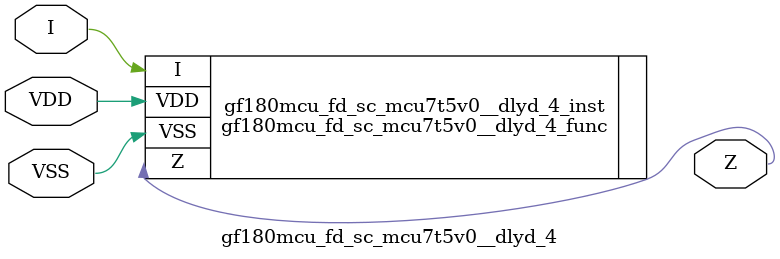
<source format=v>

module gf180mcu_fd_sc_mcu7t5v0__dlyd_4( I, Z, VDD, VSS );
input I;
inout VDD, VSS;
output Z;

   `ifdef FUNCTIONAL  //  functional //

	gf180mcu_fd_sc_mcu7t5v0__dlyd_4_func gf180mcu_fd_sc_mcu7t5v0__dlyd_4_behav_inst(.I(I),.Z(Z),.VDD(VDD),.VSS(VSS));

   `else

	gf180mcu_fd_sc_mcu7t5v0__dlyd_4_func gf180mcu_fd_sc_mcu7t5v0__dlyd_4_inst(.I(I),.Z(Z),.VDD(VDD),.VSS(VSS));

	// spec_gates_begin


	// spec_gates_end



   specify

	// specify_block_begin

	// comb arc I --> Z
	 (I => Z) = (1.0,1.0);

	// specify_block_end

   endspecify

   `endif

endmodule

</source>
